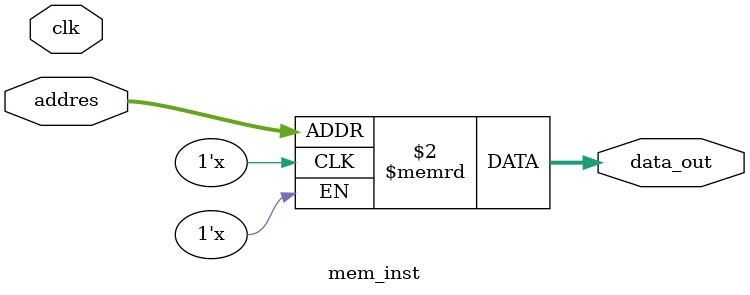
<source format=v>
module mem_inst(	
	input clk,
	input  [9:0] addres,
	output [31:0] data_out);
	
  
	reg [31:0] mem [0:1023];
	
		
	always@(*)
		begin
			
		end
	
	assign data_out = mem[addres];
	
endmodule 




/*
j test

			mem[2]  <=  32'b0000_0100_0000_0100_0000_0000_0111_1000;//li r1 30
			mem[3]  <=  32'b0000_0100_0000_1000_0000_0000_0111_1000;//li r2 30
			mem[5]  <=  32'b0000_1000_0000_1000_0000_0000_0000_0000;//j 8
			mem[6]  <=  32'b0000_0100_0000_0100_0000_0001_0000_0000;//li r1 64
			mem[8]  <=  32'b0000_0000_0100_1011_1100_0010_0000_0000;//add out r1 r2
	
jr test

			mem[2]  <=  32'b0000_0100_0000_0100_0000_0000_0111_1000;//li r1 30
			mem[3]  <=  32'b0000_0100_0000_1000_0000_0000_0010_0100;//li r2 9
			mem[5]  <=  32'b0000_0000_1000_0000_0000_0000_1000_0000;//jr r2
			mem[6]  <=  32'b0000_0100_0000_0100_0000_0001_0000_0000;//li r1 64
			mem[9]  <=  32'b0000_0000_0100_1011_1100_0010_0000_0000;//add out r1 r2
			
jal test

			mem[2]  <=  32'b0000_0100_0000_0100_0000_0000_0100_1000;//li r1 18
			mem[3]  <=  32'b0000_0100_0000_1000_0000_0000_0010_0100;//li r2 9
			mem[5]  <=  32'b0000_1100_0000_1001_0000_0000_0000_0000;//jal 9
			mem[6]  <=  32'b0000_0100_0000_0100_0000_0001_0000_0000;//li r1 64
			mem[9]  <=  32'b0000_0000_0100_1011_1100_0010_0000_0000;//add out r1 r2
			
branch equal test 

			mem[2]  <=  32'b0000_0100_0000_0100_0000_0000_0111_1000;//li r1 30
			mem[3]  <=  32'b0000_0100_0000_1000_0000_0000_0111_1000;//li r2 31
			mem[5]  <=  32'b0001_0000_0100_1000_0000_0000_0000_1000;//beq r1 r2 2
			mem[6]  <=  32'b0000_0100_0000_0100_0000_0001_0000_0000;//li r1 64
			mem[8]  <=  32'b0000_0000_0100_1011_1100_0010_0000_0000;//add out r1 r2
			
branch not equal test

			mem[2]  <=  32'b0000_0100_0000_0100_0000_0000_0111_1000;//li r1 30
			mem[3]  <=  32'b0000_0100_0000_1000_0000_0000_0111_1100;//li r2 31
			mem[5]  <=  32'b0001_0100_0100_1000_0000_0000_0000_1000;//bne r1 r2 2
			mem[6]  <=  32'b0000_0100_0000_0100_0000_0001_0000_0000;//li r1 64
			mem[8]  <=  32'b0000_0000_0100_1011_1100_0010_0000_0000;//add out r1 r2
sub test

			mem[0]  <=  32'b0000_0100_0000_0100_0000_0000_0111_1000;//li r1 30
			mem[2]  <=  32'b0000_0100_0000_1000_0000_0000_0010_1100;//li r2 31
			mem[5]  <=  32'b0000_0000_0100_1011_1100_0010_0000_0000;//sub out r1 r2
			
addi test

			mem[0]  <=  32'b0000_0100_0000_0100_0000_0000_0111_1000;//li r1 
			mem[2]  <=  32'b0000_0100_0000_1000_0000_0000_0010_1100;//li r2 
			mem[5]  <=  32'b0010_0000_0111_1100_0000_0010_0010_0000;//addi out r1 
			
slti test

			mem[1]  <=  32'b0000_0100_0000_0100_0000_0000_0111_1000;//li r1 30
			mem[2]  <=  32'b0000_0100_0000_1000_0000_0000_0101_1000;//li r2 22
			mem[3]  <=  32'b0010_1000_1011_1100_0000_0000_0101_1100;//slti out r2 23
			
slt test

			mem[1]  <=  32'b0000_0100_0000_0100_0000_0000_0111_1000;//li r1 30
			mem[2]  <=  32'b0000_0100_0000_1000_0000_0000_0101_1000;//li r2 22
			mem[3]  <=  32'b0000_0000_1000_0111_1100_0010_1010_0000;//slt out s2 s1
			
and + or + sll test

			mem[1]  <=  32'b0000_0100_0000_0100_0000_0000_0111_0000;//li r1 
			mem[2]  <=  32'b0000_0100_0000_1000_0000_0000_0101_1000;//li r2 
			mem[3]  <=  32'b0000_0000_1000_0100_1100_0010_0100_0000;//and r3 r1 r2
			mem[4]  <=  32'b0000_0000_1000_0111_1100_0010_0101_0000;//or out r1 r2
			mem[5]  <=  32'b0000_0000_0011_1111_1100_1000_0000_0000;//sll out out 2

andi + ori + srl test

			mem[1]  <=  32'b0000_0100_0000_0100_0000_0000_0111_0000;//li r1 
			mem[2]  <=  32'b0000_0100_0000_1000_0000_0000_0101_1000;//li r2 
			mem[3]  <=  32'b0011_0000_0100_1100_0000_0000_0101_1000;//andi r3 r1 22
			mem[4]  <=  32'b0011_0111_1111_1100_0000_0010_0101_0000;//ori out r1 148
			mem[5]  <=  32'b0000_0000_0011_1111_1100_1000_0010_0000;//srl out out 2
			

SPECIAL TEST-1

			mem[1]  <=  32'b0000_0100_0000_0100_0000_0000_0111_1000;//li r1 30
			mem[2]  <=  32'b0000_0100_0000_1000_0000_0000_0101_1000;//li r2 22
			mem[3]  <=  32'b1000_1100_0011_1100_0000_0000_0000_1000;//lw out m0(2)
			mem[6]  <=  32'b1010_1100_0000_0100_0000_0000_0000_1000;//sw r1 m0(2)
			mem[8]  <=  32'b1000_1100_0011_1100_0000_0000_0000_1000;//lw out m0(2)
			
SPECIAL TEST-2 
			
			mem[1]  <=  32'b0000_0100_0000_0100_0000_0000_0101_1000;//li r1 22
			mem[2]  <=  32'b0000_0100_0000_1000_0000_0000_0011_1100;//li r2 15
			mem[3]  <=  32'b1000_1100_0000_1000_0000_0000_0001_0000;//sw r2  m0(4)
			mem[6]  <=  32'b1010_1100_0000_0100_0000_0000_0000_1000;//sw r1  m0(2)
			mem[8]  <=  32'b1000_1100_0000_1100_0000_0000_0001_0000;//lw r3  m0(4)
			mem[11] <=  32'b1000_1100_0011_1100_0000_0000_0000_1000;//lw out m0(2)
			mem[8]  <=  32'b0000_0000_1111_1111_1100_0010_0000_0000;//add out out r3
			
*/




</source>
